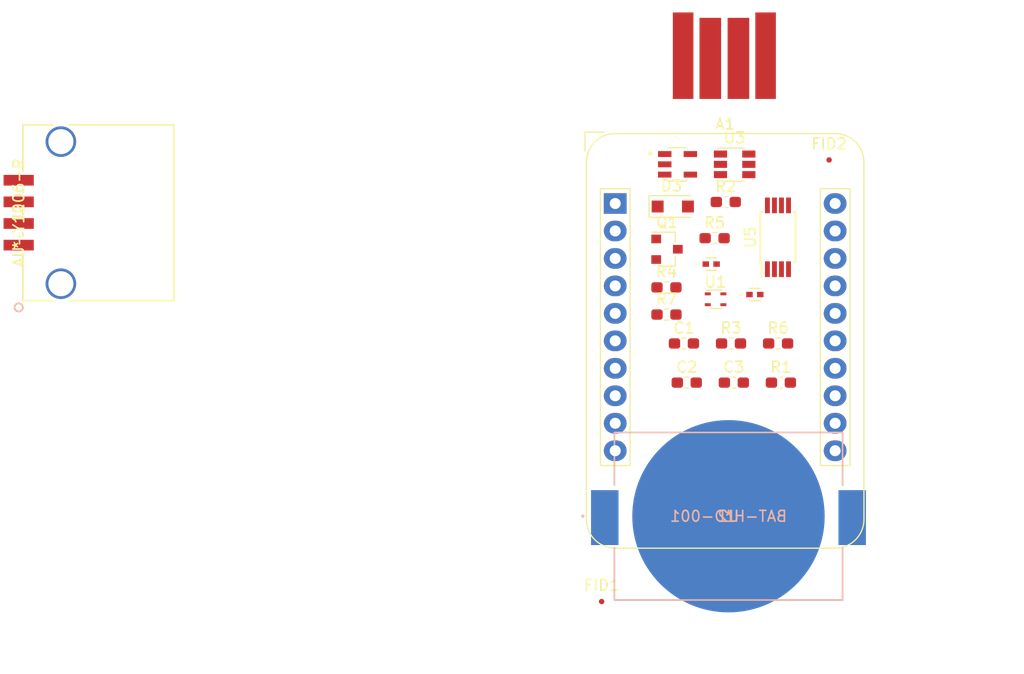
<source format=kicad_pcb>
(kicad_pcb (version 20171130) (host pcbnew "(5.1.5)-3")

  (general
    (thickness 1.6)
    (drawings 2)
    (tracks 0)
    (zones 0)
    (modules 24)
    (nets 46)
  )

  (page A4)
  (layers
    (0 F.Cu signal)
    (31 B.Cu signal)
    (32 B.Adhes user)
    (33 F.Adhes user)
    (34 B.Paste user)
    (35 F.Paste user)
    (36 B.SilkS user)
    (37 F.SilkS user)
    (38 B.Mask user)
    (39 F.Mask user)
    (40 Dwgs.User user)
    (41 Cmts.User user)
    (42 Eco1.User user)
    (43 Eco2.User user)
    (44 Edge.Cuts user)
    (45 Margin user)
    (46 B.CrtYd user)
    (47 F.CrtYd user)
    (48 B.Fab user)
    (49 F.Fab user)
  )

  (setup
    (last_trace_width 0.25)
    (trace_clearance 0.2)
    (zone_clearance 0.508)
    (zone_45_only no)
    (trace_min 0.2)
    (via_size 0.8)
    (via_drill 0.4)
    (via_min_size 0.4)
    (via_min_drill 0.3)
    (uvia_size 0.3)
    (uvia_drill 0.1)
    (uvias_allowed no)
    (uvia_min_size 0.2)
    (uvia_min_drill 0.1)
    (edge_width 0.05)
    (segment_width 0.2)
    (pcb_text_width 0.3)
    (pcb_text_size 1.5 1.5)
    (mod_edge_width 0.12)
    (mod_text_size 1 1)
    (mod_text_width 0.15)
    (pad_size 2.54 5.08)
    (pad_drill 0)
    (pad_to_mask_clearance 0.051)
    (solder_mask_min_width 0.25)
    (aux_axis_origin 0 0)
    (visible_elements 7FFFFFFF)
    (pcbplotparams
      (layerselection 0x010fc_ffffffff)
      (usegerberextensions false)
      (usegerberattributes false)
      (usegerberadvancedattributes false)
      (creategerberjobfile false)
      (excludeedgelayer true)
      (linewidth 0.100000)
      (plotframeref false)
      (viasonmask false)
      (mode 1)
      (useauxorigin false)
      (hpglpennumber 1)
      (hpglpenspeed 20)
      (hpglpendiameter 15.000000)
      (psnegative false)
      (psa4output false)
      (plotreference true)
      (plotvalue true)
      (plotinvisibletext false)
      (padsonsilk false)
      (subtractmaskfromsilk false)
      (outputformat 1)
      (mirror false)
      (drillshape 1)
      (scaleselection 1)
      (outputdirectory ""))
  )

  (net 0 "")
  (net 1 /Vbus)
  (net 2 /usbgnd)
  (net 3 /D+)
  (net 4 /D-)
  (net 5 GND)
  (net 6 "Net-(U1-Pad2)")
  (net 7 "Net-(U1-Pad1)")
  (net 8 /3V)
  (net 9 /Vcc)
  (net 10 "Net-(C3-Pad1)")
  (net 11 /5Vusb)
  (net 12 "Net-(D3-Pad1)")
  (net 13 "Net-(Q1-Pad2)")
  (net 14 "Net-(Q1-Pad1)")
  (net 15 "Net-(R1-Pad1)")
  (net 16 "Net-(R4-Pad2)")
  (net 17 "Net-(R6-Pad1)")
  (net 18 "Net-(R7-Pad2)")
  (net 19 "Net-(U4-Pad1)")
  (net 20 "Net-(A1-Pad11)")
  (net 21 "Net-(A1-Pad12)")
  (net 22 "Net-(A1-Pad13)")
  (net 23 "Net-(A1-Pad8)")
  (net 24 "Net-(A1-Pad14)")
  (net 25 "Net-(A1-Pad7)")
  (net 26 "Net-(A1-Pad15)")
  (net 27 "Net-(A1-Pad6)")
  (net 28 "Net-(A1-Pad16)")
  (net 29 "Net-(A1-Pad5)")
  (net 30 "Net-(A1-Pad17)")
  (net 31 "Net-(A1-Pad4)")
  (net 32 "Net-(A1-Pad18)")
  (net 33 "Net-(A1-Pad3)")
  (net 34 "Net-(A1-Pad19)")
  (net 35 "Net-(A1-Pad2)")
  (net 36 "Net-(A1-Pad20)")
  (net 37 "Net-(A1-Pad1)")
  (net 38 "Net-(U5-Pad8)")
  (net 39 "Net-(U5-Pad7)")
  (net 40 "Net-(U5-Pad6)")
  (net 41 "Net-(U5-Pad5)")
  (net 42 "Net-(U5-Pad4)")
  (net 43 "Net-(U5-Pad3)")
  (net 44 "Net-(U5-Pad2)")
  (net 45 "Net-(U5-Pad1)")

  (net_class Default "This is the default net class."
    (clearance 0.2)
    (trace_width 0.25)
    (via_dia 0.8)
    (via_drill 0.4)
    (uvia_dia 0.3)
    (uvia_drill 0.1)
    (add_net /3V)
    (add_net /5Vusb)
    (add_net /D+)
    (add_net /D-)
    (add_net /Vbus)
    (add_net /Vcc)
    (add_net /usbgnd)
    (add_net GND)
    (add_net "Net-(A1-Pad1)")
    (add_net "Net-(A1-Pad11)")
    (add_net "Net-(A1-Pad12)")
    (add_net "Net-(A1-Pad13)")
    (add_net "Net-(A1-Pad14)")
    (add_net "Net-(A1-Pad15)")
    (add_net "Net-(A1-Pad16)")
    (add_net "Net-(A1-Pad17)")
    (add_net "Net-(A1-Pad18)")
    (add_net "Net-(A1-Pad19)")
    (add_net "Net-(A1-Pad2)")
    (add_net "Net-(A1-Pad20)")
    (add_net "Net-(A1-Pad3)")
    (add_net "Net-(A1-Pad4)")
    (add_net "Net-(A1-Pad5)")
    (add_net "Net-(A1-Pad6)")
    (add_net "Net-(A1-Pad7)")
    (add_net "Net-(A1-Pad8)")
    (add_net "Net-(C3-Pad1)")
    (add_net "Net-(D3-Pad1)")
    (add_net "Net-(Q1-Pad1)")
    (add_net "Net-(Q1-Pad2)")
    (add_net "Net-(R1-Pad1)")
    (add_net "Net-(R4-Pad2)")
    (add_net "Net-(R6-Pad1)")
    (add_net "Net-(R7-Pad2)")
    (add_net "Net-(U1-Pad1)")
    (add_net "Net-(U1-Pad2)")
    (add_net "Net-(U4-Pad1)")
    (add_net "Net-(U5-Pad1)")
    (add_net "Net-(U5-Pad2)")
    (add_net "Net-(U5-Pad3)")
    (add_net "Net-(U5-Pad4)")
    (add_net "Net-(U5-Pad5)")
    (add_net "Net-(U5-Pad6)")
    (add_net "Net-(U5-Pad7)")
    (add_net "Net-(U5-Pad8)")
  )

  (module Package_SO:TSSOP-8_4.4x3mm_P0.65mm (layer F.Cu) (tedit 5A02F25C) (tstamp 5E9D525D)
    (at 141.6812 87.2363 90)
    (descr "8-Lead Plastic Thin Shrink Small Outline (ST)-4.4 mm Body [TSSOP] (see Microchip Packaging Specification 00000049BS.pdf)")
    (tags "SSOP 0.65")
    (path /5EA2E8E6)
    (attr smd)
    (fp_text reference U5 (at 0 -2.55 90) (layer F.SilkS)
      (effects (font (size 1 1) (thickness 0.15)))
    )
    (fp_text value AT25SF081-XMHD-X (at 0 2.55 90) (layer F.Fab)
      (effects (font (size 1 1) (thickness 0.15)))
    )
    (fp_text user %R (at 0 0 90) (layer F.Fab)
      (effects (font (size 0.7 0.7) (thickness 0.15)))
    )
    (fp_line (start -2.325 -1.525) (end -3.675 -1.525) (layer F.SilkS) (width 0.15))
    (fp_line (start -2.325 1.625) (end 2.325 1.625) (layer F.SilkS) (width 0.15))
    (fp_line (start -2.325 -1.625) (end 2.325 -1.625) (layer F.SilkS) (width 0.15))
    (fp_line (start -2.325 1.625) (end -2.325 1.425) (layer F.SilkS) (width 0.15))
    (fp_line (start 2.325 1.625) (end 2.325 1.425) (layer F.SilkS) (width 0.15))
    (fp_line (start 2.325 -1.625) (end 2.325 -1.425) (layer F.SilkS) (width 0.15))
    (fp_line (start -2.325 -1.625) (end -2.325 -1.525) (layer F.SilkS) (width 0.15))
    (fp_line (start -3.95 1.8) (end 3.95 1.8) (layer F.CrtYd) (width 0.05))
    (fp_line (start -3.95 -1.8) (end 3.95 -1.8) (layer F.CrtYd) (width 0.05))
    (fp_line (start 3.95 -1.8) (end 3.95 1.8) (layer F.CrtYd) (width 0.05))
    (fp_line (start -3.95 -1.8) (end -3.95 1.8) (layer F.CrtYd) (width 0.05))
    (fp_line (start -2.2 -0.5) (end -1.2 -1.5) (layer F.Fab) (width 0.15))
    (fp_line (start -2.2 1.5) (end -2.2 -0.5) (layer F.Fab) (width 0.15))
    (fp_line (start 2.2 1.5) (end -2.2 1.5) (layer F.Fab) (width 0.15))
    (fp_line (start 2.2 -1.5) (end 2.2 1.5) (layer F.Fab) (width 0.15))
    (fp_line (start -1.2 -1.5) (end 2.2 -1.5) (layer F.Fab) (width 0.15))
    (pad 8 smd rect (at 2.95 -0.975 90) (size 1.45 0.45) (layers F.Cu F.Paste F.Mask)
      (net 38 "Net-(U5-Pad8)"))
    (pad 7 smd rect (at 2.95 -0.325 90) (size 1.45 0.45) (layers F.Cu F.Paste F.Mask)
      (net 39 "Net-(U5-Pad7)"))
    (pad 6 smd rect (at 2.95 0.325 90) (size 1.45 0.45) (layers F.Cu F.Paste F.Mask)
      (net 40 "Net-(U5-Pad6)"))
    (pad 5 smd rect (at 2.95 0.975 90) (size 1.45 0.45) (layers F.Cu F.Paste F.Mask)
      (net 41 "Net-(U5-Pad5)"))
    (pad 4 smd rect (at -2.95 0.975 90) (size 1.45 0.45) (layers F.Cu F.Paste F.Mask)
      (net 42 "Net-(U5-Pad4)"))
    (pad 3 smd rect (at -2.95 0.325 90) (size 1.45 0.45) (layers F.Cu F.Paste F.Mask)
      (net 43 "Net-(U5-Pad3)"))
    (pad 2 smd rect (at -2.95 -0.325 90) (size 1.45 0.45) (layers F.Cu F.Paste F.Mask)
      (net 44 "Net-(U5-Pad2)"))
    (pad 1 smd rect (at -2.95 -0.975 90) (size 1.45 0.45) (layers F.Cu F.Paste F.Mask)
      (net 45 "Net-(U5-Pad1)"))
    (model ${KISYS3DMOD}/Package_SO.3dshapes/TSSOP-8_4.4x3mm_P0.65mm.wrl
      (at (xyz 0 0 0))
      (scale (xyz 1 1 1))
      (rotate (xyz 0 0 0))
    )
  )

  (module 0my_footprints:DIODFN100X60X45-2N (layer F.Cu) (tedit 5E9C4450) (tstamp 5E9CA138)
    (at 135.5102 89.7135)
    (path /5E9C6764)
    (fp_text reference D2 (at -0.019 -1.0282) (layer F.SilkS)
      (effects (font (size 0.32 0.32) (thickness 0.015)))
    )
    (fp_text value TPD1E10B06DPYR (at 2.6226 0.9968) (layer F.Fab)
      (effects (font (size 0.32 0.32) (thickness 0.015)))
    )
    (fp_circle (center -1.256 0.006) (end -1.206 0.006) (layer F.Fab) (width 0.1))
    (fp_line (start -0.5 0.575) (end 0.5 0.575) (layer F.SilkS) (width 0.127))
    (fp_line (start -0.5 -0.575) (end 0.5 -0.575) (layer F.SilkS) (width 0.127))
    (fp_circle (center -1.256 0.006) (end -1.206 0.006) (layer F.SilkS) (width 0.1))
    (fp_line (start -1.05 0.6) (end -1.05 -0.6) (layer F.CrtYd) (width 0.05))
    (fp_line (start 1.05 0.6) (end -1.05 0.6) (layer F.CrtYd) (width 0.05))
    (fp_line (start 1.05 -0.6) (end 1.05 0.6) (layer F.CrtYd) (width 0.05))
    (fp_line (start -1.05 -0.6) (end 1.05 -0.6) (layer F.CrtYd) (width 0.05))
    (fp_line (start -0.55 0.35) (end -0.55 -0.35) (layer F.Fab) (width 0.127))
    (fp_line (start 0.55 0.35) (end -0.55 0.35) (layer F.Fab) (width 0.127))
    (fp_line (start 0.55 -0.35) (end 0.55 0.35) (layer F.Fab) (width 0.127))
    (fp_line (start -0.55 -0.35) (end 0.55 -0.35) (layer F.Fab) (width 0.127))
    (pad 2 smd rect (at 0.5 0) (size 0.6 0.5) (layers F.Cu F.Paste F.Mask)
      (net 8 /3V))
    (pad 1 smd rect (at -0.5 0) (size 0.6 0.5) (layers F.Cu F.Paste F.Mask)
      (net 5 GND))
  )

  (module 0my_footprints:DIODFN100X60X45-2N (layer F.Cu) (tedit 5E9C4450) (tstamp 5E9C46E7)
    (at 139.5476 92.5322)
    (path /5E9C4738)
    (fp_text reference D1 (at -0.019 -1.0282) (layer F.SilkS)
      (effects (font (size 0.32 0.32) (thickness 0.015)))
    )
    (fp_text value TPD1E10B06DPYR (at 2.6226 0.9968) (layer F.Fab)
      (effects (font (size 0.32 0.32) (thickness 0.015)))
    )
    (fp_circle (center -1.256 0.006) (end -1.206 0.006) (layer F.Fab) (width 0.1))
    (fp_line (start -0.5 0.575) (end 0.5 0.575) (layer F.SilkS) (width 0.127))
    (fp_line (start -0.5 -0.575) (end 0.5 -0.575) (layer F.SilkS) (width 0.127))
    (fp_circle (center -1.256 0.006) (end -1.206 0.006) (layer F.SilkS) (width 0.1))
    (fp_line (start -1.05 0.6) (end -1.05 -0.6) (layer F.CrtYd) (width 0.05))
    (fp_line (start 1.05 0.6) (end -1.05 0.6) (layer F.CrtYd) (width 0.05))
    (fp_line (start 1.05 -0.6) (end 1.05 0.6) (layer F.CrtYd) (width 0.05))
    (fp_line (start -1.05 -0.6) (end 1.05 -0.6) (layer F.CrtYd) (width 0.05))
    (fp_line (start -0.55 0.35) (end -0.55 -0.35) (layer F.Fab) (width 0.127))
    (fp_line (start 0.55 0.35) (end -0.55 0.35) (layer F.Fab) (width 0.127))
    (fp_line (start 0.55 -0.35) (end 0.55 0.35) (layer F.Fab) (width 0.127))
    (fp_line (start -0.55 -0.35) (end 0.55 -0.35) (layer F.Fab) (width 0.127))
    (pad 2 smd rect (at 0.5 0) (size 0.6 0.5) (layers F.Cu F.Paste F.Mask)
      (net 2 /usbgnd))
    (pad 1 smd rect (at -0.5 0) (size 0.6 0.5) (layers F.Cu F.Paste F.Mask)
      (net 11 /5Vusb))
  )

  (module 0my_footprints:BAT-HLD-001 (layer B.Cu) (tedit 0) (tstamp 5E9CA286)
    (at 137.1092 113.03)
    (path /5E9C706C)
    (fp_text reference U2 (at 0 0 180) (layer B.SilkS)
      (effects (font (size 1 1) (thickness 0.15)) (justify mirror))
    )
    (fp_text value BAT-HLD-001 (at 0 0 180) (layer B.SilkS)
      (effects (font (size 1 1) (thickness 0.15)) (justify mirror))
    )
    (fp_circle (center -13.462 0) (end -13.3858 0) (layer B.SilkS) (width 0.1524))
    (fp_circle (center -13.462 0) (end -13.3858 0) (layer B.Fab) (width 0.1524))
    (fp_line (start 12.954 -9.1948) (end -12.954 -9.1948) (layer B.CrtYd) (width 0.1524))
    (fp_line (start 12.954 9.1948) (end 12.954 -9.1948) (layer B.CrtYd) (width 0.1524))
    (fp_line (start -12.954 9.1948) (end 12.954 9.1948) (layer B.CrtYd) (width 0.1524))
    (fp_line (start -12.954 -9.1948) (end -12.954 9.1948) (layer B.CrtYd) (width 0.1524))
    (fp_line (start 10.541 2.87274) (end 10.541 7.747) (layer B.SilkS) (width 0.1524))
    (fp_line (start -10.541 -2.87274) (end -10.541 -7.747) (layer B.SilkS) (width 0.1524))
    (fp_line (start -10.541 7.747) (end -10.541 -7.747) (layer B.Fab) (width 0.1524))
    (fp_line (start 10.541 7.747) (end -10.541 7.747) (layer B.Fab) (width 0.1524))
    (fp_line (start 10.541 -7.747) (end 10.541 7.747) (layer B.Fab) (width 0.1524))
    (fp_line (start -10.541 -7.747) (end 10.541 -7.747) (layer B.Fab) (width 0.1524))
    (fp_line (start -10.541 7.747) (end -10.541 2.87274) (layer B.SilkS) (width 0.1524))
    (fp_line (start 10.541 7.747) (end -10.541 7.747) (layer B.SilkS) (width 0.1524))
    (fp_line (start 10.541 -7.747) (end 10.541 -2.87274) (layer B.SilkS) (width 0.1524))
    (fp_line (start -10.541 -7.747) (end 10.541 -7.747) (layer B.SilkS) (width 0.1524))
    (fp_text user 0.8in/20.32mm (at 0 10.795 180) (layer Dwgs.User)
      (effects (font (size 1 1) (thickness 0.15)))
    )
    (fp_text user 1in/25.4mm (at 0 -10.795 180) (layer Dwgs.User)
      (effects (font (size 1 1) (thickness 0.15)))
    )
    (fp_text user 0.2in/5.08mm (at 5.588 0 180) (layer Dwgs.User)
      (effects (font (size 1 1) (thickness 0.15)))
    )
    (fp_text user * (at 0 0 180) (layer B.Fab)
      (effects (font (size 1 1) (thickness 0.15)) (justify mirror))
    )
    (fp_text user * (at 0 0 180) (layer B.SilkS)
      (effects (font (size 1 1) (thickness 0.15)) (justify mirror))
    )
    (fp_text user "Copyright 2016 Accelerated Designs. All rights reserved." (at 0 0 180) (layer Cmts.User)
      (effects (font (size 0.127 0.127) (thickness 0.002)))
    )
    (pad 2 smd circle (at 0 0) (size 17.780001 17.780001) (layers B.Cu B.Paste B.Mask)
      (net 5 GND))
    (pad 3 smd rect (at 11.43 0.127) (size 2.54 5.08) (layers B.Cu B.Paste B.Mask)
      (net 8 /3V))
    (pad 1 smd rect (at -11.43 0.127) (size 2.54 5.08) (layers B.Cu B.Paste B.Mask)
      (net 8 /3V))
  )

  (module Module:Adafruit_HUZZAH_ESP8266_breakout (layer F.Cu) (tedit 59B04F86) (tstamp 5E9CE6B1)
    (at 126.6444 84.1121)
    (descr "32-bit microcontroller module with WiFi, https://www.adafruit.com/product/2471")
    (tags "ESP8266 WiFi microcontroller")
    (path /5EA1DDE5)
    (fp_text reference A1 (at 10.16 -7.35) (layer F.SilkS)
      (effects (font (size 1 1) (thickness 0.15)))
    )
    (fp_text value Adafruit_HUZZAH_ESP8266_breakout (at 10.16 32.75) (layer F.Fab)
      (effects (font (size 1 1) (thickness 0.15)))
    )
    (fp_text user %R (at 10.16 12.7) (layer F.Fab)
      (effects (font (size 1 1) (thickness 0.15)))
    )
    (fp_line (start 23.11 -6.6) (end -2.79 -6.6) (layer F.CrtYd) (width 0.05))
    (fp_line (start 23.11 32) (end 23.11 -6.6) (layer F.CrtYd) (width 0.05))
    (fp_line (start -2.79 32) (end 23.11 32) (layer F.CrtYd) (width 0.05))
    (fp_line (start -2.79 -6.6) (end -2.79 32) (layer F.CrtYd) (width 0.05))
    (fp_line (start 21.69 -1.37) (end 18.95 -1.37) (layer F.SilkS) (width 0.12))
    (fp_line (start 21.69 24.23) (end 21.69 -1.37) (layer F.SilkS) (width 0.12))
    (fp_line (start 18.95 24.23) (end 21.69 24.23) (layer F.SilkS) (width 0.12))
    (fp_line (start 18.95 -1.37) (end 18.95 24.23) (layer F.SilkS) (width 0.12))
    (fp_line (start 1.37 -1.37) (end -1.37 -1.37) (layer F.SilkS) (width 0.12))
    (fp_line (start 1.37 24.23) (end 1.37 -1.37) (layer F.SilkS) (width 0.12))
    (fp_line (start -1.37 24.23) (end 1.37 24.23) (layer F.SilkS) (width 0.12))
    (fp_line (start -1.37 -1.37) (end -1.37 24.23) (layer F.SilkS) (width 0.12))
    (fp_line (start -2.79 -6.6) (end -1.04 -6.6) (layer F.SilkS) (width 0.12))
    (fp_line (start -2.79 -4.85) (end -2.79 -6.6) (layer F.SilkS) (width 0.12))
    (fp_line (start 22.98 -3.81) (end 22.98 29.21) (layer F.SilkS) (width 0.12))
    (fp_line (start -2.66 -3.81) (end -2.66 29.21) (layer F.SilkS) (width 0.12))
    (fp_line (start 0 31.87) (end 20.32 31.87) (layer F.SilkS) (width 0.12))
    (fp_line (start 0 -6.47) (end 20.32 -6.47) (layer F.SilkS) (width 0.12))
    (fp_line (start -2.79 -6.6) (end -1.04 -6.6) (layer F.Fab) (width 0.1))
    (fp_line (start -2.79 -4.85) (end -2.79 -6.6) (layer F.Fab) (width 0.1))
    (fp_line (start 22.86 -3.81) (end 22.86 29.21) (layer F.Fab) (width 0.1))
    (fp_line (start -2.54 -3.81) (end -2.54 29.21) (layer F.Fab) (width 0.1))
    (fp_line (start 0 31.75) (end 20.32 31.75) (layer F.Fab) (width 0.1))
    (fp_line (start 0 -6.35) (end 20.32 -6.35) (layer F.Fab) (width 0.1))
    (fp_arc (start 0 29.21) (end 0 31.87) (angle 90) (layer F.SilkS) (width 0.12))
    (fp_arc (start 20.32 29.21) (end 22.98 29.21) (angle 90) (layer F.SilkS) (width 0.12))
    (fp_arc (start 20.32 -3.81) (end 20.32 -6.47) (angle 90) (layer F.SilkS) (width 0.12))
    (fp_arc (start 0 -3.81) (end -2.66 -3.81) (angle 90) (layer F.SilkS) (width 0.12))
    (fp_arc (start 0 29.21) (end 0 31.75) (angle 90) (layer F.Fab) (width 0.1))
    (fp_arc (start 20.32 29.21) (end 22.86 29.21) (angle 90) (layer F.Fab) (width 0.1))
    (fp_arc (start 20.32 -3.81) (end 20.32 -6.35) (angle 90) (layer F.Fab) (width 0.1))
    (fp_arc (start 0 -3.81) (end -2.54 -3.81) (angle 90) (layer F.Fab) (width 0.1))
    (pad 11 thru_hole oval (at 20.32 22.86) (size 2.1 1.9) (drill 1.02) (layers *.Cu *.Mask)
      (net 20 "Net-(A1-Pad11)"))
    (pad 10 thru_hole oval (at 0 22.86) (size 2.1 1.9) (drill 1.02) (layers *.Cu *.Mask)
      (net 5 GND))
    (pad 12 thru_hole oval (at 20.32 20.32) (size 2.1 1.9) (drill 1.02) (layers *.Cu *.Mask)
      (net 21 "Net-(A1-Pad12)"))
    (pad 9 thru_hole oval (at 0 20.32) (size 2.1 1.9) (drill 1.02) (layers *.Cu *.Mask)
      (net 8 /3V))
    (pad 13 thru_hole oval (at 20.32 17.78) (size 2.1 1.9) (drill 1.02) (layers *.Cu *.Mask)
      (net 22 "Net-(A1-Pad13)"))
    (pad 8 thru_hole oval (at 0 17.78) (size 2.1 1.9) (drill 1.02) (layers *.Cu *.Mask)
      (net 23 "Net-(A1-Pad8)"))
    (pad 14 thru_hole oval (at 20.32 15.24) (size 2.1 1.9) (drill 1.02) (layers *.Cu *.Mask)
      (net 24 "Net-(A1-Pad14)"))
    (pad 7 thru_hole oval (at 0 15.24) (size 2.1 1.9) (drill 1.02) (layers *.Cu *.Mask)
      (net 25 "Net-(A1-Pad7)"))
    (pad 15 thru_hole oval (at 20.32 12.7) (size 2.1 1.9) (drill 1.02) (layers *.Cu *.Mask)
      (net 26 "Net-(A1-Pad15)"))
    (pad 6 thru_hole oval (at 0 12.7) (size 2.1 1.9) (drill 1.02) (layers *.Cu *.Mask)
      (net 27 "Net-(A1-Pad6)"))
    (pad 16 thru_hole oval (at 20.32 10.16) (size 2.1 1.9) (drill 1.02) (layers *.Cu *.Mask)
      (net 28 "Net-(A1-Pad16)"))
    (pad 5 thru_hole oval (at 0 10.16) (size 2.1 1.9) (drill 1.02) (layers *.Cu *.Mask)
      (net 29 "Net-(A1-Pad5)"))
    (pad 17 thru_hole oval (at 20.32 7.62) (size 2.1 1.9) (drill 1.02) (layers *.Cu *.Mask)
      (net 30 "Net-(A1-Pad17)"))
    (pad 4 thru_hole oval (at 0 7.62) (size 2.1 1.9) (drill 1.02) (layers *.Cu *.Mask)
      (net 31 "Net-(A1-Pad4)"))
    (pad 18 thru_hole oval (at 20.32 5.08) (size 2.1 1.9) (drill 1.02) (layers *.Cu *.Mask)
      (net 32 "Net-(A1-Pad18)"))
    (pad 3 thru_hole oval (at 0 5.08) (size 2.1 1.9) (drill 1.02) (layers *.Cu *.Mask)
      (net 33 "Net-(A1-Pad3)"))
    (pad 19 thru_hole oval (at 20.32 2.54) (size 2.1 1.9) (drill 1.02) (layers *.Cu *.Mask)
      (net 34 "Net-(A1-Pad19)"))
    (pad 2 thru_hole oval (at 0 2.54) (size 2.1 1.9) (drill 1.02) (layers *.Cu *.Mask)
      (net 35 "Net-(A1-Pad2)"))
    (pad 20 thru_hole oval (at 20.32 0) (size 2.1 1.9) (drill 1.02) (layers *.Cu *.Mask)
      (net 36 "Net-(A1-Pad20)"))
    (pad 1 thru_hole rect (at 0 0) (size 2.1 1.9) (drill 1.02) (layers *.Cu *.Mask)
      (net 37 "Net-(A1-Pad1)"))
    (model ${KISYS3DMOD}/Module.3dshapes/Adafruit_HUZZAH_ESP8266_breakout.wrl
      (at (xyz 0 0 0))
      (scale (xyz 1 1 1))
      (rotate (xyz 0 0 0))
    )
  )

  (module 0my_footprints:LTC4054LES5-4.2_TRPBF (layer F.Cu) (tedit 5E9C6906) (tstamp 5E9CA2B9)
    (at 132.4042 80.49)
    (path /5E9DF23D)
    (fp_text reference U4 (at -0.18711 -2.34973) (layer F.SilkS)
      (effects (font (size 0.48 0.48) (thickness 0.015)))
    )
    (fp_text value LTC4054LES5-4.2#TRPBF (at 3.16999 2.3933) (layer F.Fab)
      (effects (font (size 0.48 0.48) (thickness 0.015)))
    )
    (fp_circle (center -2.5 -1) (end -2.4 -1) (layer F.Fab) (width 0.2))
    (fp_circle (center -2.5 -1) (end -2.4 -1) (layer F.SilkS) (width 0.2))
    (fp_line (start -1.13 1.48) (end -2.06 1.48) (layer F.CrtYd) (width 0.05))
    (fp_line (start -1.13 1.7) (end -1.13 1.48) (layer F.CrtYd) (width 0.05))
    (fp_line (start 1.13 1.7) (end -1.13 1.7) (layer F.CrtYd) (width 0.05))
    (fp_line (start 1.13 1.48) (end 1.13 1.7) (layer F.CrtYd) (width 0.05))
    (fp_line (start 2.06 1.48) (end 1.13 1.48) (layer F.CrtYd) (width 0.05))
    (fp_line (start 2.06 -1.48) (end 2.06 1.48) (layer F.CrtYd) (width 0.05))
    (fp_line (start 1.13 -1.48) (end 2.06 -1.48) (layer F.CrtYd) (width 0.05))
    (fp_line (start 1.13 -1.7) (end 1.13 -1.48) (layer F.CrtYd) (width 0.05))
    (fp_line (start -1.13 -1.7) (end 1.13 -1.7) (layer F.CrtYd) (width 0.05))
    (fp_line (start -1.13 -1.48) (end -1.13 -1.7) (layer F.CrtYd) (width 0.05))
    (fp_line (start -2.06 -1.48) (end -1.13 -1.48) (layer F.CrtYd) (width 0.05))
    (fp_line (start -2.06 1.48) (end -2.06 -1.48) (layer F.CrtYd) (width 0.05))
    (fp_line (start -0.88 1.539) (end 0.88 1.539) (layer F.SilkS) (width 0.127))
    (fp_line (start -0.88 -1.539) (end 0.88 -1.539) (layer F.SilkS) (width 0.127))
    (fp_line (start 0.88 -1.45) (end -0.88 -1.45) (layer F.Fab) (width 0.127))
    (fp_line (start 0.88 1.45) (end 0.88 -1.45) (layer F.Fab) (width 0.127))
    (fp_line (start -0.88 1.45) (end 0.88 1.45) (layer F.Fab) (width 0.127))
    (fp_line (start -0.88 -1.45) (end -0.88 1.45) (layer F.Fab) (width 0.127))
    (pad 5 smd rect (at 1.185 -0.95) (size 1.24 0.55) (layers F.Cu F.Paste F.Mask)
      (net 17 "Net-(R6-Pad1)"))
    (pad 4 smd rect (at 1.185 0.95) (size 1.24 0.55) (layers F.Cu F.Paste F.Mask)
      (net 10 "Net-(C3-Pad1)"))
    (pad 3 smd rect (at -1.185 0.95) (size 1.24 0.55) (layers F.Cu F.Paste F.Mask)
      (net 18 "Net-(R7-Pad2)"))
    (pad 2 smd rect (at -1.185 0) (size 1.24 0.55) (layers F.Cu F.Paste F.Mask)
      (net 5 GND))
    (pad 1 smd rect (at -1.185 -0.95) (size 1.24 0.55) (layers F.Cu F.Paste F.Mask)
      (net 19 "Net-(U4-Pad1)"))
  )

  (module Package_TO_SOT_SMD:TSOT-23-6 (layer F.Cu) (tedit 5A02FF57) (tstamp 5E9CA29C)
    (at 137.6792 80.49)
    (descr "6-pin TSOT23 package, http://cds.linear.com/docs/en/packaging/SOT_6_05-08-1636.pdf")
    (tags "TSOT-23-6 MK06A TSOT-6")
    (path /5E9DE63A)
    (attr smd)
    (fp_text reference U3 (at 0 -2.45) (layer F.SilkS)
      (effects (font (size 1 1) (thickness 0.15)))
    )
    (fp_text value LTC4412xS6 (at 0 2.5) (layer F.Fab)
      (effects (font (size 1 1) (thickness 0.15)))
    )
    (fp_line (start 2.17 1.7) (end -2.17 1.7) (layer F.CrtYd) (width 0.05))
    (fp_line (start 2.17 1.7) (end 2.17 -1.7) (layer F.CrtYd) (width 0.05))
    (fp_line (start -2.17 -1.7) (end -2.17 1.7) (layer F.CrtYd) (width 0.05))
    (fp_line (start -2.17 -1.7) (end 2.17 -1.7) (layer F.CrtYd) (width 0.05))
    (fp_line (start 0.88 -1.45) (end 0.88 1.45) (layer F.Fab) (width 0.1))
    (fp_line (start 0.88 1.45) (end -0.88 1.45) (layer F.Fab) (width 0.1))
    (fp_line (start -0.88 -1) (end -0.88 1.45) (layer F.Fab) (width 0.1))
    (fp_line (start 0.88 -1.45) (end -0.43 -1.45) (layer F.Fab) (width 0.1))
    (fp_line (start -0.88 -1) (end -0.43 -1.45) (layer F.Fab) (width 0.1))
    (fp_line (start 0.88 -1.51) (end -1.55 -1.51) (layer F.SilkS) (width 0.12))
    (fp_line (start -0.88 1.56) (end 0.88 1.56) (layer F.SilkS) (width 0.12))
    (fp_text user %R (at 0 0 90) (layer F.Fab)
      (effects (font (size 0.5 0.5) (thickness 0.075)))
    )
    (pad 6 smd rect (at 1.31 -0.95) (size 1.22 0.65) (layers F.Cu F.Paste F.Mask)
      (net 11 /5Vusb))
    (pad 5 smd rect (at 1.31 0) (size 1.22 0.65) (layers F.Cu F.Paste F.Mask)
      (net 14 "Net-(Q1-Pad1)"))
    (pad 4 smd rect (at 1.31 0.95) (size 1.22 0.65) (layers F.Cu F.Paste F.Mask)
      (net 16 "Net-(R4-Pad2)"))
    (pad 3 smd rect (at -1.31 0.95) (size 1.22 0.65) (layers F.Cu F.Paste F.Mask)
      (net 15 "Net-(R1-Pad1)"))
    (pad 2 smd rect (at -1.31 0) (size 1.22 0.65) (layers F.Cu F.Paste F.Mask)
      (net 15 "Net-(R1-Pad1)"))
    (pad 1 smd rect (at -1.31 -0.95) (size 1.22 0.65) (layers F.Cu F.Paste F.Mask)
      (net 8 /3V))
    (model ${KISYS3DMOD}/Package_TO_SOT_SMD.3dshapes/TSOT-23-6.wrl
      (at (xyz 0 0 0))
      (scale (xyz 1 1 1))
      (rotate (xyz 0 0 0))
    )
  )

  (module Resistor_SMD:R_0603_1608Metric_Pad1.05x0.95mm_HandSolder (layer F.Cu) (tedit 5B301BBD) (tstamp 5E9CA243)
    (at 131.3792 94.38)
    (descr "Resistor SMD 0603 (1608 Metric), square (rectangular) end terminal, IPC_7351 nominal with elongated pad for handsoldering. (Body size source: http://www.tortai-tech.com/upload/download/2011102023233369053.pdf), generated with kicad-footprint-generator")
    (tags "resistor handsolder")
    (path /5EA08150)
    (attr smd)
    (fp_text reference R7 (at 0 -1.43) (layer F.SilkS)
      (effects (font (size 1 1) (thickness 0.15)))
    )
    (fp_text value 0 (at 0 1.43) (layer F.Fab)
      (effects (font (size 1 1) (thickness 0.15)))
    )
    (fp_text user %R (at 0 0) (layer F.Fab)
      (effects (font (size 0.4 0.4) (thickness 0.06)))
    )
    (fp_line (start 1.65 0.73) (end -1.65 0.73) (layer F.CrtYd) (width 0.05))
    (fp_line (start 1.65 -0.73) (end 1.65 0.73) (layer F.CrtYd) (width 0.05))
    (fp_line (start -1.65 -0.73) (end 1.65 -0.73) (layer F.CrtYd) (width 0.05))
    (fp_line (start -1.65 0.73) (end -1.65 -0.73) (layer F.CrtYd) (width 0.05))
    (fp_line (start -0.171267 0.51) (end 0.171267 0.51) (layer F.SilkS) (width 0.12))
    (fp_line (start -0.171267 -0.51) (end 0.171267 -0.51) (layer F.SilkS) (width 0.12))
    (fp_line (start 0.8 0.4) (end -0.8 0.4) (layer F.Fab) (width 0.1))
    (fp_line (start 0.8 -0.4) (end 0.8 0.4) (layer F.Fab) (width 0.1))
    (fp_line (start -0.8 -0.4) (end 0.8 -0.4) (layer F.Fab) (width 0.1))
    (fp_line (start -0.8 0.4) (end -0.8 -0.4) (layer F.Fab) (width 0.1))
    (pad 2 smd roundrect (at 0.875 0) (size 1.05 0.95) (layers F.Cu F.Paste F.Mask) (roundrect_rratio 0.25)
      (net 18 "Net-(R7-Pad2)"))
    (pad 1 smd roundrect (at -0.875 0) (size 1.05 0.95) (layers F.Cu F.Paste F.Mask) (roundrect_rratio 0.25)
      (net 8 /3V))
    (model ${KISYS3DMOD}/Resistor_SMD.3dshapes/R_0603_1608Metric.wrl
      (at (xyz 0 0 0))
      (scale (xyz 1 1 1))
      (rotate (xyz 0 0 0))
    )
  )

  (module Resistor_SMD:R_0603_1608Metric_Pad1.05x0.95mm_HandSolder (layer F.Cu) (tedit 5B301BBD) (tstamp 5E9CA232)
    (at 141.6944 97.0534)
    (descr "Resistor SMD 0603 (1608 Metric), square (rectangular) end terminal, IPC_7351 nominal with elongated pad for handsoldering. (Body size source: http://www.tortai-tech.com/upload/download/2011102023233369053.pdf), generated with kicad-footprint-generator")
    (tags "resistor handsolder")
    (path /5EA04301)
    (attr smd)
    (fp_text reference R6 (at 0 -1.43) (layer F.SilkS)
      (effects (font (size 1 1) (thickness 0.15)))
    )
    (fp_text value 1.69K (at 0 1.43) (layer F.Fab)
      (effects (font (size 1 1) (thickness 0.15)))
    )
    (fp_text user %R (at 0 0) (layer F.Fab)
      (effects (font (size 0.4 0.4) (thickness 0.06)))
    )
    (fp_line (start 1.65 0.73) (end -1.65 0.73) (layer F.CrtYd) (width 0.05))
    (fp_line (start 1.65 -0.73) (end 1.65 0.73) (layer F.CrtYd) (width 0.05))
    (fp_line (start -1.65 -0.73) (end 1.65 -0.73) (layer F.CrtYd) (width 0.05))
    (fp_line (start -1.65 0.73) (end -1.65 -0.73) (layer F.CrtYd) (width 0.05))
    (fp_line (start -0.171267 0.51) (end 0.171267 0.51) (layer F.SilkS) (width 0.12))
    (fp_line (start -0.171267 -0.51) (end 0.171267 -0.51) (layer F.SilkS) (width 0.12))
    (fp_line (start 0.8 0.4) (end -0.8 0.4) (layer F.Fab) (width 0.1))
    (fp_line (start 0.8 -0.4) (end 0.8 0.4) (layer F.Fab) (width 0.1))
    (fp_line (start -0.8 -0.4) (end 0.8 -0.4) (layer F.Fab) (width 0.1))
    (fp_line (start -0.8 0.4) (end -0.8 -0.4) (layer F.Fab) (width 0.1))
    (pad 2 smd roundrect (at 0.875 0) (size 1.05 0.95) (layers F.Cu F.Paste F.Mask) (roundrect_rratio 0.25)
      (net 5 GND))
    (pad 1 smd roundrect (at -0.875 0) (size 1.05 0.95) (layers F.Cu F.Paste F.Mask) (roundrect_rratio 0.25)
      (net 17 "Net-(R6-Pad1)"))
    (model ${KISYS3DMOD}/Resistor_SMD.3dshapes/R_0603_1608Metric.wrl
      (at (xyz 0 0 0))
      (scale (xyz 1 1 1))
      (rotate (xyz 0 0 0))
    )
  )

  (module Resistor_SMD:R_0603_1608Metric_Pad1.05x0.95mm_HandSolder (layer F.Cu) (tedit 5B301BBD) (tstamp 5E9CA221)
    (at 135.8292 87.32)
    (descr "Resistor SMD 0603 (1608 Metric), square (rectangular) end terminal, IPC_7351 nominal with elongated pad for handsoldering. (Body size source: http://www.tortai-tech.com/upload/download/2011102023233369053.pdf), generated with kicad-footprint-generator")
    (tags "resistor handsolder")
    (path /5EA09643)
    (attr smd)
    (fp_text reference R5 (at 0 -1.43) (layer F.SilkS)
      (effects (font (size 1 1) (thickness 0.15)))
    )
    (fp_text value 0 (at 0 1.43) (layer F.Fab)
      (effects (font (size 1 1) (thickness 0.15)))
    )
    (fp_text user %R (at 0 0) (layer F.Fab)
      (effects (font (size 0.4 0.4) (thickness 0.06)))
    )
    (fp_line (start 1.65 0.73) (end -1.65 0.73) (layer F.CrtYd) (width 0.05))
    (fp_line (start 1.65 -0.73) (end 1.65 0.73) (layer F.CrtYd) (width 0.05))
    (fp_line (start -1.65 -0.73) (end 1.65 -0.73) (layer F.CrtYd) (width 0.05))
    (fp_line (start -1.65 0.73) (end -1.65 -0.73) (layer F.CrtYd) (width 0.05))
    (fp_line (start -0.171267 0.51) (end 0.171267 0.51) (layer F.SilkS) (width 0.12))
    (fp_line (start -0.171267 -0.51) (end 0.171267 -0.51) (layer F.SilkS) (width 0.12))
    (fp_line (start 0.8 0.4) (end -0.8 0.4) (layer F.Fab) (width 0.1))
    (fp_line (start 0.8 -0.4) (end 0.8 0.4) (layer F.Fab) (width 0.1))
    (fp_line (start -0.8 -0.4) (end 0.8 -0.4) (layer F.Fab) (width 0.1))
    (fp_line (start -0.8 0.4) (end -0.8 -0.4) (layer F.Fab) (width 0.1))
    (pad 2 smd roundrect (at 0.875 0) (size 1.05 0.95) (layers F.Cu F.Paste F.Mask) (roundrect_rratio 0.25)
      (net 10 "Net-(C3-Pad1)"))
    (pad 1 smd roundrect (at -0.875 0) (size 1.05 0.95) (layers F.Cu F.Paste F.Mask) (roundrect_rratio 0.25)
      (net 11 /5Vusb))
    (model ${KISYS3DMOD}/Resistor_SMD.3dshapes/R_0603_1608Metric.wrl
      (at (xyz 0 0 0))
      (scale (xyz 1 1 1))
      (rotate (xyz 0 0 0))
    )
  )

  (module Resistor_SMD:R_0603_1608Metric_Pad1.05x0.95mm_HandSolder (layer F.Cu) (tedit 5B301BBD) (tstamp 5E9CA210)
    (at 131.3792 91.87)
    (descr "Resistor SMD 0603 (1608 Metric), square (rectangular) end terminal, IPC_7351 nominal with elongated pad for handsoldering. (Body size source: http://www.tortai-tech.com/upload/download/2011102023233369053.pdf), generated with kicad-footprint-generator")
    (tags "resistor handsolder")
    (path /5E9D42B2)
    (attr smd)
    (fp_text reference R4 (at 0 -1.43) (layer F.SilkS)
      (effects (font (size 1 1) (thickness 0.15)))
    )
    (fp_text value 560K (at 0 1.43) (layer F.Fab)
      (effects (font (size 1 1) (thickness 0.15)))
    )
    (fp_text user %R (at 0 0) (layer F.Fab)
      (effects (font (size 0.4 0.4) (thickness 0.06)))
    )
    (fp_line (start 1.65 0.73) (end -1.65 0.73) (layer F.CrtYd) (width 0.05))
    (fp_line (start 1.65 -0.73) (end 1.65 0.73) (layer F.CrtYd) (width 0.05))
    (fp_line (start -1.65 -0.73) (end 1.65 -0.73) (layer F.CrtYd) (width 0.05))
    (fp_line (start -1.65 0.73) (end -1.65 -0.73) (layer F.CrtYd) (width 0.05))
    (fp_line (start -0.171267 0.51) (end 0.171267 0.51) (layer F.SilkS) (width 0.12))
    (fp_line (start -0.171267 -0.51) (end 0.171267 -0.51) (layer F.SilkS) (width 0.12))
    (fp_line (start 0.8 0.4) (end -0.8 0.4) (layer F.Fab) (width 0.1))
    (fp_line (start 0.8 -0.4) (end 0.8 0.4) (layer F.Fab) (width 0.1))
    (fp_line (start -0.8 -0.4) (end 0.8 -0.4) (layer F.Fab) (width 0.1))
    (fp_line (start -0.8 0.4) (end -0.8 -0.4) (layer F.Fab) (width 0.1))
    (pad 2 smd roundrect (at 0.875 0) (size 1.05 0.95) (layers F.Cu F.Paste F.Mask) (roundrect_rratio 0.25)
      (net 16 "Net-(R4-Pad2)"))
    (pad 1 smd roundrect (at -0.875 0) (size 1.05 0.95) (layers F.Cu F.Paste F.Mask) (roundrect_rratio 0.25)
      (net 9 /Vcc))
    (model ${KISYS3DMOD}/Resistor_SMD.3dshapes/R_0603_1608Metric.wrl
      (at (xyz 0 0 0))
      (scale (xyz 1 1 1))
      (rotate (xyz 0 0 0))
    )
  )

  (module Resistor_SMD:R_0603_1608Metric_Pad1.05x0.95mm_HandSolder (layer F.Cu) (tedit 5B301BBD) (tstamp 5E9CA1FF)
    (at 137.3444 97.0534)
    (descr "Resistor SMD 0603 (1608 Metric), square (rectangular) end terminal, IPC_7351 nominal with elongated pad for handsoldering. (Body size source: http://www.tortai-tech.com/upload/download/2011102023233369053.pdf), generated with kicad-footprint-generator")
    (tags "resistor handsolder")
    (path /5E9F9456)
    (attr smd)
    (fp_text reference R3 (at 0 -1.43) (layer F.SilkS)
      (effects (font (size 1 1) (thickness 0.15)))
    )
    (fp_text value 0 (at 0 1.43) (layer F.Fab)
      (effects (font (size 1 1) (thickness 0.15)))
    )
    (fp_text user %R (at 0 0) (layer F.Fab)
      (effects (font (size 0.4 0.4) (thickness 0.06)))
    )
    (fp_line (start 1.65 0.73) (end -1.65 0.73) (layer F.CrtYd) (width 0.05))
    (fp_line (start 1.65 -0.73) (end 1.65 0.73) (layer F.CrtYd) (width 0.05))
    (fp_line (start -1.65 -0.73) (end 1.65 -0.73) (layer F.CrtYd) (width 0.05))
    (fp_line (start -1.65 0.73) (end -1.65 -0.73) (layer F.CrtYd) (width 0.05))
    (fp_line (start -0.171267 0.51) (end 0.171267 0.51) (layer F.SilkS) (width 0.12))
    (fp_line (start -0.171267 -0.51) (end 0.171267 -0.51) (layer F.SilkS) (width 0.12))
    (fp_line (start 0.8 0.4) (end -0.8 0.4) (layer F.Fab) (width 0.1))
    (fp_line (start 0.8 -0.4) (end 0.8 0.4) (layer F.Fab) (width 0.1))
    (fp_line (start -0.8 -0.4) (end 0.8 -0.4) (layer F.Fab) (width 0.1))
    (fp_line (start -0.8 0.4) (end -0.8 -0.4) (layer F.Fab) (width 0.1))
    (pad 2 smd roundrect (at 0.875 0) (size 1.05 0.95) (layers F.Cu F.Paste F.Mask) (roundrect_rratio 0.25)
      (net 13 "Net-(Q1-Pad2)"))
    (pad 1 smd roundrect (at -0.875 0) (size 1.05 0.95) (layers F.Cu F.Paste F.Mask) (roundrect_rratio 0.25)
      (net 9 /Vcc))
    (model ${KISYS3DMOD}/Resistor_SMD.3dshapes/R_0603_1608Metric.wrl
      (at (xyz 0 0 0))
      (scale (xyz 1 1 1))
      (rotate (xyz 0 0 0))
    )
  )

  (module Resistor_SMD:R_0603_1608Metric_Pad1.05x0.95mm_HandSolder (layer F.Cu) (tedit 5B301BBD) (tstamp 5E9CA1EE)
    (at 136.8592 83.97)
    (descr "Resistor SMD 0603 (1608 Metric), square (rectangular) end terminal, IPC_7351 nominal with elongated pad for handsoldering. (Body size source: http://www.tortai-tech.com/upload/download/2011102023233369053.pdf), generated with kicad-footprint-generator")
    (tags "resistor handsolder")
    (path /5E9F603B)
    (attr smd)
    (fp_text reference R2 (at 0 -1.43) (layer F.SilkS)
      (effects (font (size 1 1) (thickness 0.15)))
    )
    (fp_text value 0 (at 0 1.43) (layer F.Fab)
      (effects (font (size 1 1) (thickness 0.15)))
    )
    (fp_text user %R (at 0 0) (layer F.Fab)
      (effects (font (size 0.4 0.4) (thickness 0.06)))
    )
    (fp_line (start 1.65 0.73) (end -1.65 0.73) (layer F.CrtYd) (width 0.05))
    (fp_line (start 1.65 -0.73) (end 1.65 0.73) (layer F.CrtYd) (width 0.05))
    (fp_line (start -1.65 -0.73) (end 1.65 -0.73) (layer F.CrtYd) (width 0.05))
    (fp_line (start -1.65 0.73) (end -1.65 -0.73) (layer F.CrtYd) (width 0.05))
    (fp_line (start -0.171267 0.51) (end 0.171267 0.51) (layer F.SilkS) (width 0.12))
    (fp_line (start -0.171267 -0.51) (end 0.171267 -0.51) (layer F.SilkS) (width 0.12))
    (fp_line (start 0.8 0.4) (end -0.8 0.4) (layer F.Fab) (width 0.1))
    (fp_line (start 0.8 -0.4) (end 0.8 0.4) (layer F.Fab) (width 0.1))
    (fp_line (start -0.8 -0.4) (end 0.8 -0.4) (layer F.Fab) (width 0.1))
    (fp_line (start -0.8 0.4) (end -0.8 -0.4) (layer F.Fab) (width 0.1))
    (pad 2 smd roundrect (at 0.875 0) (size 1.05 0.95) (layers F.Cu F.Paste F.Mask) (roundrect_rratio 0.25)
      (net 12 "Net-(D3-Pad1)"))
    (pad 1 smd roundrect (at -0.875 0) (size 1.05 0.95) (layers F.Cu F.Paste F.Mask) (roundrect_rratio 0.25)
      (net 9 /Vcc))
    (model ${KISYS3DMOD}/Resistor_SMD.3dshapes/R_0603_1608Metric.wrl
      (at (xyz 0 0 0))
      (scale (xyz 1 1 1))
      (rotate (xyz 0 0 0))
    )
  )

  (module Resistor_SMD:R_0603_1608Metric_Pad1.05x0.95mm_HandSolder (layer F.Cu) (tedit 5B301BBD) (tstamp 5E9CA1DD)
    (at 141.954 100.6729)
    (descr "Resistor SMD 0603 (1608 Metric), square (rectangular) end terminal, IPC_7351 nominal with elongated pad for handsoldering. (Body size source: http://www.tortai-tech.com/upload/download/2011102023233369053.pdf), generated with kicad-footprint-generator")
    (tags "resistor handsolder")
    (path /5E9FCC69)
    (attr smd)
    (fp_text reference R1 (at 0 -1.43) (layer F.SilkS)
      (effects (font (size 1 1) (thickness 0.15)))
    )
    (fp_text value 0 (at 0 1.43) (layer F.Fab)
      (effects (font (size 1 1) (thickness 0.15)))
    )
    (fp_text user %R (at 0 0) (layer F.Fab)
      (effects (font (size 0.4 0.4) (thickness 0.06)))
    )
    (fp_line (start 1.65 0.73) (end -1.65 0.73) (layer F.CrtYd) (width 0.05))
    (fp_line (start 1.65 -0.73) (end 1.65 0.73) (layer F.CrtYd) (width 0.05))
    (fp_line (start -1.65 -0.73) (end 1.65 -0.73) (layer F.CrtYd) (width 0.05))
    (fp_line (start -1.65 0.73) (end -1.65 -0.73) (layer F.CrtYd) (width 0.05))
    (fp_line (start -0.171267 0.51) (end 0.171267 0.51) (layer F.SilkS) (width 0.12))
    (fp_line (start -0.171267 -0.51) (end 0.171267 -0.51) (layer F.SilkS) (width 0.12))
    (fp_line (start 0.8 0.4) (end -0.8 0.4) (layer F.Fab) (width 0.1))
    (fp_line (start 0.8 -0.4) (end 0.8 0.4) (layer F.Fab) (width 0.1))
    (fp_line (start -0.8 -0.4) (end 0.8 -0.4) (layer F.Fab) (width 0.1))
    (fp_line (start -0.8 0.4) (end -0.8 -0.4) (layer F.Fab) (width 0.1))
    (pad 2 smd roundrect (at 0.875 0) (size 1.05 0.95) (layers F.Cu F.Paste F.Mask) (roundrect_rratio 0.25)
      (net 5 GND))
    (pad 1 smd roundrect (at -0.875 0) (size 1.05 0.95) (layers F.Cu F.Paste F.Mask) (roundrect_rratio 0.25)
      (net 15 "Net-(R1-Pad1)"))
    (model ${KISYS3DMOD}/Resistor_SMD.3dshapes/R_0603_1608Metric.wrl
      (at (xyz 0 0 0))
      (scale (xyz 1 1 1))
      (rotate (xyz 0 0 0))
    )
  )

  (module Package_TO_SOT_SMD:SOT-23 (layer F.Cu) (tedit 5A02FF57) (tstamp 5E9CA1CC)
    (at 131.4292 88.34)
    (descr "SOT-23, Standard")
    (tags SOT-23)
    (path /5E9CEE32)
    (attr smd)
    (fp_text reference Q1 (at 0 -2.5) (layer F.SilkS)
      (effects (font (size 1 1) (thickness 0.15)))
    )
    (fp_text value Si2307CDS (at 0 2.5) (layer F.Fab)
      (effects (font (size 1 1) (thickness 0.15)))
    )
    (fp_line (start 0.76 1.58) (end -0.7 1.58) (layer F.SilkS) (width 0.12))
    (fp_line (start 0.76 -1.58) (end -1.4 -1.58) (layer F.SilkS) (width 0.12))
    (fp_line (start -1.7 1.75) (end -1.7 -1.75) (layer F.CrtYd) (width 0.05))
    (fp_line (start 1.7 1.75) (end -1.7 1.75) (layer F.CrtYd) (width 0.05))
    (fp_line (start 1.7 -1.75) (end 1.7 1.75) (layer F.CrtYd) (width 0.05))
    (fp_line (start -1.7 -1.75) (end 1.7 -1.75) (layer F.CrtYd) (width 0.05))
    (fp_line (start 0.76 -1.58) (end 0.76 -0.65) (layer F.SilkS) (width 0.12))
    (fp_line (start 0.76 1.58) (end 0.76 0.65) (layer F.SilkS) (width 0.12))
    (fp_line (start -0.7 1.52) (end 0.7 1.52) (layer F.Fab) (width 0.1))
    (fp_line (start 0.7 -1.52) (end 0.7 1.52) (layer F.Fab) (width 0.1))
    (fp_line (start -0.7 -0.95) (end -0.15 -1.52) (layer F.Fab) (width 0.1))
    (fp_line (start -0.15 -1.52) (end 0.7 -1.52) (layer F.Fab) (width 0.1))
    (fp_line (start -0.7 -0.95) (end -0.7 1.5) (layer F.Fab) (width 0.1))
    (fp_text user %R (at 0 0 90) (layer F.Fab)
      (effects (font (size 0.5 0.5) (thickness 0.075)))
    )
    (pad 3 smd rect (at 1 0) (size 0.9 0.8) (layers F.Cu F.Paste F.Mask)
      (net 8 /3V))
    (pad 2 smd rect (at -1 0.95) (size 0.9 0.8) (layers F.Cu F.Paste F.Mask)
      (net 13 "Net-(Q1-Pad2)"))
    (pad 1 smd rect (at -1 -0.95) (size 0.9 0.8) (layers F.Cu F.Paste F.Mask)
      (net 14 "Net-(Q1-Pad1)"))
    (model ${KISYS3DMOD}/Package_TO_SOT_SMD.3dshapes/SOT-23.wrl
      (at (xyz 0 0 0))
      (scale (xyz 1 1 1))
      (rotate (xyz 0 0 0))
    )
  )

  (module Fiducial:Fiducial_0.5mm_Mask1mm (layer F.Cu) (tedit 5C18CB26) (tstamp 5E9CA161)
    (at 146.4056 80.0862)
    (descr "Circular Fiducial, 0.5mm bare copper, 1mm soldermask opening (Level C)")
    (tags fiducial)
    (path /5E9C7A0B)
    (attr smd)
    (fp_text reference FID2 (at 0 -1.5) (layer F.SilkS)
      (effects (font (size 1 1) (thickness 0.15)))
    )
    (fp_text value Fiducial (at 0 1.5) (layer F.Fab)
      (effects (font (size 1 1) (thickness 0.15)))
    )
    (fp_circle (center 0 0) (end 0.75 0) (layer F.CrtYd) (width 0.05))
    (fp_text user %R (at 0 0) (layer F.Fab)
      (effects (font (size 0.2 0.2) (thickness 0.04)))
    )
    (fp_circle (center 0 0) (end 0.5 0) (layer F.Fab) (width 0.1))
    (pad "" smd circle (at 0 0) (size 0.5 0.5) (layers F.Cu F.Mask)
      (solder_mask_margin 0.25) (clearance 0.25))
  )

  (module Fiducial:Fiducial_0.5mm_Mask1mm (layer F.Cu) (tedit 5C18CB26) (tstamp 5E9CA159)
    (at 125.3871 120.9167)
    (descr "Circular Fiducial, 0.5mm bare copper, 1mm soldermask opening (Level C)")
    (tags fiducial)
    (path /5E9C7124)
    (attr smd)
    (fp_text reference FID1 (at 0 -1.5) (layer F.SilkS)
      (effects (font (size 1 1) (thickness 0.15)))
    )
    (fp_text value Fiducial (at 0 1.5) (layer F.Fab)
      (effects (font (size 1 1) (thickness 0.15)))
    )
    (fp_circle (center 0 0) (end 0.75 0) (layer F.CrtYd) (width 0.05))
    (fp_text user %R (at 0 0) (layer F.Fab)
      (effects (font (size 0.2 0.2) (thickness 0.04)))
    )
    (fp_circle (center 0 0) (end 0.5 0) (layer F.Fab) (width 0.1))
    (pad "" smd circle (at 0 0) (size 0.5 0.5) (layers F.Cu F.Mask)
      (solder_mask_margin 0.25) (clearance 0.25))
  )

  (module Diode_SMD:D_SOD-123F (layer F.Cu) (tedit 587F7769) (tstamp 5E9CA151)
    (at 131.9642 84.39)
    (descr D_SOD-123F)
    (tags D_SOD-123F)
    (path /5E9EFF12)
    (attr smd)
    (fp_text reference D3 (at -0.127 -1.905) (layer F.SilkS)
      (effects (font (size 1 1) (thickness 0.15)))
    )
    (fp_text value D_Schottky (at 0 2.1) (layer F.Fab)
      (effects (font (size 1 1) (thickness 0.15)))
    )
    (fp_line (start -2.2 -1) (end 1.65 -1) (layer F.SilkS) (width 0.12))
    (fp_line (start -2.2 1) (end 1.65 1) (layer F.SilkS) (width 0.12))
    (fp_line (start -2.2 -1.15) (end -2.2 1.15) (layer F.CrtYd) (width 0.05))
    (fp_line (start 2.2 1.15) (end -2.2 1.15) (layer F.CrtYd) (width 0.05))
    (fp_line (start 2.2 -1.15) (end 2.2 1.15) (layer F.CrtYd) (width 0.05))
    (fp_line (start -2.2 -1.15) (end 2.2 -1.15) (layer F.CrtYd) (width 0.05))
    (fp_line (start -1.4 -0.9) (end 1.4 -0.9) (layer F.Fab) (width 0.1))
    (fp_line (start 1.4 -0.9) (end 1.4 0.9) (layer F.Fab) (width 0.1))
    (fp_line (start 1.4 0.9) (end -1.4 0.9) (layer F.Fab) (width 0.1))
    (fp_line (start -1.4 0.9) (end -1.4 -0.9) (layer F.Fab) (width 0.1))
    (fp_line (start -0.75 0) (end -0.35 0) (layer F.Fab) (width 0.1))
    (fp_line (start -0.35 0) (end -0.35 -0.55) (layer F.Fab) (width 0.1))
    (fp_line (start -0.35 0) (end -0.35 0.55) (layer F.Fab) (width 0.1))
    (fp_line (start -0.35 0) (end 0.25 -0.4) (layer F.Fab) (width 0.1))
    (fp_line (start 0.25 -0.4) (end 0.25 0.4) (layer F.Fab) (width 0.1))
    (fp_line (start 0.25 0.4) (end -0.35 0) (layer F.Fab) (width 0.1))
    (fp_line (start 0.25 0) (end 0.75 0) (layer F.Fab) (width 0.1))
    (fp_line (start -2.2 -1) (end -2.2 1) (layer F.SilkS) (width 0.12))
    (fp_text user %R (at -0.127 -1.905) (layer F.Fab)
      (effects (font (size 1 1) (thickness 0.15)))
    )
    (pad 2 smd rect (at 1.4 0) (size 1.1 1.1) (layers F.Cu F.Paste F.Mask)
      (net 11 /5Vusb))
    (pad 1 smd rect (at -1.4 0) (size 1.1 1.1) (layers F.Cu F.Paste F.Mask)
      (net 12 "Net-(D3-Pad1)"))
    (model ${KISYS3DMOD}/Diode_SMD.3dshapes/D_SOD-123F.wrl
      (at (xyz 0 0 0))
      (scale (xyz 1 1 1))
      (rotate (xyz 0 0 0))
    )
  )

  (module Capacitor_SMD:C_0603_1608Metric_Pad1.05x0.95mm_HandSolder (layer F.Cu) (tedit 5B301BBE) (tstamp 5E9CA115)
    (at 137.604 100.6729)
    (descr "Capacitor SMD 0603 (1608 Metric), square (rectangular) end terminal, IPC_7351 nominal with elongated pad for handsoldering. (Body size source: http://www.tortai-tech.com/upload/download/2011102023233369053.pdf), generated with kicad-footprint-generator")
    (tags "capacitor handsolder")
    (path /5EA027B7)
    (attr smd)
    (fp_text reference C3 (at 0 -1.43) (layer F.SilkS)
      (effects (font (size 1 1) (thickness 0.15)))
    )
    (fp_text value 1uF (at 0 1.43) (layer F.Fab)
      (effects (font (size 1 1) (thickness 0.15)))
    )
    (fp_text user %R (at 0 0) (layer F.Fab)
      (effects (font (size 0.4 0.4) (thickness 0.06)))
    )
    (fp_line (start 1.65 0.73) (end -1.65 0.73) (layer F.CrtYd) (width 0.05))
    (fp_line (start 1.65 -0.73) (end 1.65 0.73) (layer F.CrtYd) (width 0.05))
    (fp_line (start -1.65 -0.73) (end 1.65 -0.73) (layer F.CrtYd) (width 0.05))
    (fp_line (start -1.65 0.73) (end -1.65 -0.73) (layer F.CrtYd) (width 0.05))
    (fp_line (start -0.171267 0.51) (end 0.171267 0.51) (layer F.SilkS) (width 0.12))
    (fp_line (start -0.171267 -0.51) (end 0.171267 -0.51) (layer F.SilkS) (width 0.12))
    (fp_line (start 0.8 0.4) (end -0.8 0.4) (layer F.Fab) (width 0.1))
    (fp_line (start 0.8 -0.4) (end 0.8 0.4) (layer F.Fab) (width 0.1))
    (fp_line (start -0.8 -0.4) (end 0.8 -0.4) (layer F.Fab) (width 0.1))
    (fp_line (start -0.8 0.4) (end -0.8 -0.4) (layer F.Fab) (width 0.1))
    (pad 2 smd roundrect (at 0.875 0) (size 1.05 0.95) (layers F.Cu F.Paste F.Mask) (roundrect_rratio 0.25)
      (net 5 GND))
    (pad 1 smd roundrect (at -0.875 0) (size 1.05 0.95) (layers F.Cu F.Paste F.Mask) (roundrect_rratio 0.25)
      (net 10 "Net-(C3-Pad1)"))
    (model ${KISYS3DMOD}/Capacitor_SMD.3dshapes/C_0603_1608Metric.wrl
      (at (xyz 0 0 0))
      (scale (xyz 1 1 1))
      (rotate (xyz 0 0 0))
    )
  )

  (module Capacitor_SMD:C_0603_1608Metric_Pad1.05x0.95mm_HandSolder (layer F.Cu) (tedit 5B301BBE) (tstamp 5E9CA104)
    (at 133.254 100.6729)
    (descr "Capacitor SMD 0603 (1608 Metric), square (rectangular) end terminal, IPC_7351 nominal with elongated pad for handsoldering. (Body size source: http://www.tortai-tech.com/upload/download/2011102023233369053.pdf), generated with kicad-footprint-generator")
    (tags "capacitor handsolder")
    (path /5E9D2D00)
    (attr smd)
    (fp_text reference C2 (at 0 -1.43) (layer F.SilkS)
      (effects (font (size 1 1) (thickness 0.15)))
    )
    (fp_text value 0.1uF (at 0 1.43) (layer F.Fab)
      (effects (font (size 1 1) (thickness 0.15)))
    )
    (fp_text user %R (at 0 0) (layer F.Fab)
      (effects (font (size 0.4 0.4) (thickness 0.06)))
    )
    (fp_line (start 1.65 0.73) (end -1.65 0.73) (layer F.CrtYd) (width 0.05))
    (fp_line (start 1.65 -0.73) (end 1.65 0.73) (layer F.CrtYd) (width 0.05))
    (fp_line (start -1.65 -0.73) (end 1.65 -0.73) (layer F.CrtYd) (width 0.05))
    (fp_line (start -1.65 0.73) (end -1.65 -0.73) (layer F.CrtYd) (width 0.05))
    (fp_line (start -0.171267 0.51) (end 0.171267 0.51) (layer F.SilkS) (width 0.12))
    (fp_line (start -0.171267 -0.51) (end 0.171267 -0.51) (layer F.SilkS) (width 0.12))
    (fp_line (start 0.8 0.4) (end -0.8 0.4) (layer F.Fab) (width 0.1))
    (fp_line (start 0.8 -0.4) (end 0.8 0.4) (layer F.Fab) (width 0.1))
    (fp_line (start -0.8 -0.4) (end 0.8 -0.4) (layer F.Fab) (width 0.1))
    (fp_line (start -0.8 0.4) (end -0.8 -0.4) (layer F.Fab) (width 0.1))
    (pad 2 smd roundrect (at 0.875 0) (size 1.05 0.95) (layers F.Cu F.Paste F.Mask) (roundrect_rratio 0.25)
      (net 5 GND))
    (pad 1 smd roundrect (at -0.875 0) (size 1.05 0.95) (layers F.Cu F.Paste F.Mask) (roundrect_rratio 0.25)
      (net 9 /Vcc))
    (model ${KISYS3DMOD}/Capacitor_SMD.3dshapes/C_0603_1608Metric.wrl
      (at (xyz 0 0 0))
      (scale (xyz 1 1 1))
      (rotate (xyz 0 0 0))
    )
  )

  (module Capacitor_SMD:C_0603_1608Metric_Pad1.05x0.95mm_HandSolder (layer F.Cu) (tedit 5B301BBE) (tstamp 5E9CA0F3)
    (at 132.9944 97.0534)
    (descr "Capacitor SMD 0603 (1608 Metric), square (rectangular) end terminal, IPC_7351 nominal with elongated pad for handsoldering. (Body size source: http://www.tortai-tech.com/upload/download/2011102023233369053.pdf), generated with kicad-footprint-generator")
    (tags "capacitor handsolder")
    (path /5E9D65E7)
    (attr smd)
    (fp_text reference C1 (at 0 -1.43) (layer F.SilkS)
      (effects (font (size 1 1) (thickness 0.15)))
    )
    (fp_text value 0.1uF (at 0 1.43) (layer F.Fab)
      (effects (font (size 1 1) (thickness 0.15)))
    )
    (fp_text user %R (at 0 0) (layer F.Fab)
      (effects (font (size 0.4 0.4) (thickness 0.06)))
    )
    (fp_line (start 1.65 0.73) (end -1.65 0.73) (layer F.CrtYd) (width 0.05))
    (fp_line (start 1.65 -0.73) (end 1.65 0.73) (layer F.CrtYd) (width 0.05))
    (fp_line (start -1.65 -0.73) (end 1.65 -0.73) (layer F.CrtYd) (width 0.05))
    (fp_line (start -1.65 0.73) (end -1.65 -0.73) (layer F.CrtYd) (width 0.05))
    (fp_line (start -0.171267 0.51) (end 0.171267 0.51) (layer F.SilkS) (width 0.12))
    (fp_line (start -0.171267 -0.51) (end 0.171267 -0.51) (layer F.SilkS) (width 0.12))
    (fp_line (start 0.8 0.4) (end -0.8 0.4) (layer F.Fab) (width 0.1))
    (fp_line (start 0.8 -0.4) (end 0.8 0.4) (layer F.Fab) (width 0.1))
    (fp_line (start -0.8 -0.4) (end 0.8 -0.4) (layer F.Fab) (width 0.1))
    (fp_line (start -0.8 0.4) (end -0.8 -0.4) (layer F.Fab) (width 0.1))
    (pad 2 smd roundrect (at 0.875 0) (size 1.05 0.95) (layers F.Cu F.Paste F.Mask) (roundrect_rratio 0.25)
      (net 5 GND))
    (pad 1 smd roundrect (at -0.875 0) (size 1.05 0.95) (layers F.Cu F.Paste F.Mask) (roundrect_rratio 0.25)
      (net 8 /3V))
    (model ${KISYS3DMOD}/Capacitor_SMD.3dshapes/C_0603_1608Metric.wrl
      (at (xyz 0 0 0))
      (scale (xyz 1 1 1))
      (rotate (xyz 0 0 0))
    )
  )

  (module Package_TO_SOT_SMD:SOT-543 (layer F.Cu) (tedit 5A02FF57) (tstamp 5E9C4751)
    (at 135.9166 92.9687)
    (descr "SOT-543 4 lead surface package")
    (tags "SOT-543 SC-107A EMD4")
    (path /5E9C3AB8)
    (attr smd)
    (fp_text reference U1 (at 0 -1.6) (layer F.SilkS)
      (effects (font (size 1 1) (thickness 0.15)))
    )
    (fp_text value TPD2E2U06 (at 0 1.7) (layer F.Fab)
      (effects (font (size 1 1) (thickness 0.15)))
    )
    (fp_line (start -1.25 1.05) (end -1.25 -1.05) (layer F.CrtYd) (width 0.05))
    (fp_line (start -1.25 1.05) (end 1.25 1.05) (layer F.CrtYd) (width 0.05))
    (fp_line (start 1.25 -1.05) (end -1.25 -1.05) (layer F.CrtYd) (width 0.05))
    (fp_line (start 1.25 -1.05) (end 1.25 1.05) (layer F.CrtYd) (width 0.05))
    (fp_line (start 0.5 0.8) (end 0.5 -0.8) (layer F.Fab) (width 0.1))
    (fp_line (start -0.5 0.8) (end 0.5 0.8) (layer F.Fab) (width 0.1))
    (fp_line (start -0.5 -0.55) (end -0.5 0.8) (layer F.Fab) (width 0.1))
    (fp_line (start 0.5 -0.8) (end -0.25 -0.8) (layer F.Fab) (width 0.1))
    (fp_line (start 0.55 -0.85) (end -0.9 -0.85) (layer F.SilkS) (width 0.12))
    (fp_line (start 0.55 0.85) (end -0.55 0.85) (layer F.SilkS) (width 0.12))
    (fp_line (start -0.25 -0.8) (end -0.5 -0.55) (layer F.Fab) (width 0.1))
    (fp_text user %R (at 0 0 90) (layer F.Fab)
      (effects (font (size 0.4 0.4) (thickness 0.065)))
    )
    (pad 4 smd rect (at 0.72 -0.5 270) (size 0.27 0.55) (layers F.Cu F.Paste F.Mask)
      (net 5 GND))
    (pad 3 smd rect (at 0.72 0.5 270) (size 0.27 0.55) (layers F.Cu F.Paste F.Mask)
      (net 4 /D-))
    (pad 2 smd rect (at -0.72 0.5 270) (size 0.27 0.55) (layers F.Cu F.Paste F.Mask)
      (net 6 "Net-(U1-Pad2)"))
    (pad 1 smd rect (at -0.72 -0.5 270) (size 0.27 0.55) (layers F.Cu F.Paste F.Mask)
      (net 7 "Net-(U1-Pad1)"))
    (model ${KISYS3DMOD}/Package_TO_SOT_SMD.3dshapes/SOT-543.wrl
      (at (xyz 0 0 0))
      (scale (xyz 1 1 1))
      (rotate (xyz 0 0 0))
    )
  )

  (module 0my_footprints:AU-Y1006-R (layer F.Cu) (tedit 0) (tstamp 5E9C097A)
    (at 71.5264 87.9602 90)
    (path /5E9BAB23)
    (fp_text reference J2 (at 2.999999 0 90) (layer F.SilkS)
      (effects (font (size 1 1) (thickness 0.15)))
    )
    (fp_text value AU-Y1006-R (at 2.999999 0 90) (layer F.SilkS)
      (effects (font (size 1 1) (thickness 0.15)))
    )
    (fp_circle (center 0 1.905) (end 0.381 1.905) (layer F.Fab) (width 0.1524))
    (fp_circle (center -5.763001 0) (end -5.382001 0) (layer B.SilkS) (width 0.1524))
    (fp_circle (center -5.763001 0) (end -5.382001 0) (layer F.SilkS) (width 0.1524))
    (fp_line (start 11.254999 -1.651) (end -5.255001 -1.651) (layer F.CrtYd) (width 0.1524))
    (fp_line (start 11.254999 14.45387) (end 11.254999 -1.651) (layer F.CrtYd) (width 0.1524))
    (fp_line (start -5.255001 14.45387) (end 11.254999 14.45387) (layer F.CrtYd) (width 0.1524))
    (fp_line (start -5.255001 -1.651) (end -5.255001 14.45387) (layer F.CrtYd) (width 0.1524))
    (fp_line (start 11.127999 3.119787) (end 11.127999 0.38227) (layer F.SilkS) (width 0.1524))
    (fp_line (start -5.128001 4.680212) (end -5.128001 14.32687) (layer F.SilkS) (width 0.1524))
    (fp_line (start 5.171958 0.38227) (end 4.82804 0.38227) (layer F.SilkS) (width 0.1524))
    (fp_line (start 3.17196 0.38227) (end 2.828039 0.38227) (layer F.SilkS) (width 0.1524))
    (fp_line (start 1.171959 0.38227) (end 0.82804 0.38227) (layer F.SilkS) (width 0.1524))
    (fp_line (start -0.82804 0.38227) (end -5.128001 0.38227) (layer F.SilkS) (width 0.1524))
    (fp_line (start -5.001001 0.50927) (end -5.001001 14.19987) (layer F.Fab) (width 0.1524))
    (fp_line (start 11.000999 0.50927) (end -5.001001 0.50927) (layer F.Fab) (width 0.1524))
    (fp_line (start 11.000999 14.19987) (end 11.000999 0.50927) (layer F.Fab) (width 0.1524))
    (fp_line (start -5.001001 14.19987) (end 11.000999 14.19987) (layer F.Fab) (width 0.1524))
    (fp_line (start -5.128001 0.38227) (end -5.128001 3.119787) (layer F.SilkS) (width 0.1524))
    (fp_line (start 11.127999 0.38227) (end 6.828038 0.38227) (layer F.SilkS) (width 0.1524))
    (fp_line (start 11.127999 14.32687) (end 11.127999 4.680212) (layer F.SilkS) (width 0.1524))
    (fp_line (start -5.128001 14.32687) (end 11.127999 14.32687) (layer F.SilkS) (width 0.1524))
    (fp_text user * (at 0 0 90) (layer F.Fab)
      (effects (font (size 1 1) (thickness 0.15)))
    )
    (fp_text user * (at 0 0 90) (layer F.SilkS)
      (effects (font (size 1 1) (thickness 0.15)))
    )
    (fp_text user "Copyright 2016 Accelerated Designs. All rights reserved." (at 0 0 90) (layer Cmts.User)
      (effects (font (size 0.127 0.127) (thickness 0.002)))
    )
    (pad 6 thru_hole circle (at 9.569999 3.9 180) (size 2.8194 2.8194) (drill 2.3114) (layers *.Cu *.Mask))
    (pad 5 thru_hole circle (at -3.570001 3.9 180) (size 2.8194 2.8194) (drill 2.3114) (layers *.Cu *.Mask))
    (pad 4 smd rect (at 5.999998 0 90) (size 0.9906 2.794) (layers F.Cu F.Paste F.Mask)
      (net 5 GND))
    (pad 3 smd rect (at 4 0 90) (size 0.9906 2.794) (layers F.Cu F.Paste F.Mask)
      (net 3 /D+))
    (pad 2 smd rect (at 1.999999 0 90) (size 0.9906 2.794) (layers F.Cu F.Paste F.Mask)
      (net 4 /D-))
    (pad 1 smd rect (at 0 0 90) (size 0.9906 2.794) (layers F.Cu F.Paste F.Mask)
      (net 1 /Vbus))
  )

  (module 0my_footprints:usbA-PCB (layer F.Cu) (tedit 542BB0AF) (tstamp 5E9C0958)
    (at 136.7282 65.5447 180)
    (path /5E9BBD32)
    (attr virtual)
    (fp_text reference J1 (at 0.13 -7.85) (layer F.SilkS) hide
      (effects (font (size 1.5 1.5) (thickness 0.15)))
    )
    (fp_text value USB_A_PLUG (at 0.29 -10.13) (layer F.SilkS) hide
      (effects (font (size 1.5 1.5) (thickness 0.15)))
    )
    (fp_line (start 6.03 0) (end 6.03 -12) (layer Dwgs.User) (width 0.15))
    (fp_line (start 6.03 0) (end -6.03 0) (layer Dwgs.User) (width 0.15))
    (fp_line (start -6.03 0) (end -6.03 -12) (layer Dwgs.User) (width 0.15))
    (pad 1 connect rect (at 3.81 -4.9 180) (size 1.9 8) (layers F.Cu F.Mask)
      (net 11 /5Vusb))
    (pad 4 connect rect (at -3.81 -4.9 180) (size 1.9 8) (layers F.Cu F.Mask)
      (net 2 /usbgnd))
    (pad 3 connect rect (at -1.3 -5.15 180) (size 2 7.5) (layers F.Cu F.Mask)
      (net 3 /D+))
    (pad 2 connect rect (at 1.3 -5.15 180) (size 2 7.5) (layers F.Cu F.Mask)
      (net 4 /D-))
  )

  (dimension 26.085911 (width 0.15) (layer Dwgs.User)
    (gr_text "26.086 mm" (at 137.117441 128.213354 359.8326321) (layer Dwgs.User)
      (effects (font (size 1 1) (thickness 0.15)))
    )
    (feature1 (pts (xy 150.1775 122.3772) (xy 150.162425 127.537879)))
    (feature2 (pts (xy 124.0917 122.301) (xy 124.076625 127.461679)))
    (crossbar (pts (xy 124.078338 126.87526) (xy 150.164138 126.95146)))
    (arrow1a (pts (xy 150.164138 126.95146) (xy 149.035926 127.534588)))
    (arrow1b (pts (xy 150.164138 126.95146) (xy 149.039352 126.361751)))
    (arrow2a (pts (xy 124.078338 126.87526) (xy 125.203124 127.464969)))
    (arrow2b (pts (xy 124.078338 126.87526) (xy 125.20655 126.292132)))
  )
  (dimension 44.819094 (width 0.15) (layer Dwgs.User)
    (gr_text "44.819 mm" (at 160.766066 99.903491 -89.65905436) (layer Dwgs.User)
      (effects (font (size 1 1) (thickness 0.15)))
    )
    (feature1 (pts (xy 149.7838 77.5589) (xy 159.919149 77.498588)))
    (feature2 (pts (xy 150.0505 122.3772) (xy 160.185849 122.316888)))
    (crossbar (pts (xy 159.599439 122.320377) (xy 159.332739 77.502077)))
    (arrow1a (pts (xy 159.332739 77.502077) (xy 159.925853 78.625071)))
    (arrow1b (pts (xy 159.332739 77.502077) (xy 158.753032 78.63205)))
    (arrow2a (pts (xy 159.599439 122.320377) (xy 160.179146 121.190404)))
    (arrow2b (pts (xy 159.599439 122.320377) (xy 159.006325 121.197383)))
  )

)

</source>
